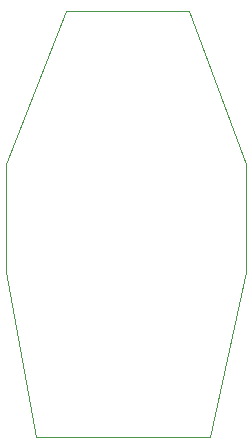
<source format=gbr>
%TF.GenerationSoftware,KiCad,Pcbnew,(5.1.6)-1*%
%TF.CreationDate,2021-05-20T08:24:50-04:00*%
%TF.ProjectId,ATX2AT-5v,41545832-4154-42d3-9576-2e6b69636164,rev?*%
%TF.SameCoordinates,Original*%
%TF.FileFunction,Profile,NP*%
%FSLAX46Y46*%
G04 Gerber Fmt 4.6, Leading zero omitted, Abs format (unit mm)*
G04 Created by KiCad (PCBNEW (5.1.6)-1) date 2021-05-20 08:24:50*
%MOMM*%
%LPD*%
G01*
G04 APERTURE LIST*
%TA.AperFunction,Profile*%
%ADD10C,0.050000*%
%TD*%
G04 APERTURE END LIST*
D10*
X139700000Y-82804000D02*
X139700000Y-73660000D01*
X136652000Y-96774000D02*
X139700000Y-82804000D01*
X136398000Y-96774000D02*
X136652000Y-96774000D01*
X121920000Y-96774000D02*
X136398000Y-96774000D01*
X119380000Y-82804000D02*
X121920000Y-96774000D01*
X119380000Y-73660000D02*
X119380000Y-82804000D01*
X119380000Y-73660000D02*
X124460000Y-60706000D01*
X134874000Y-60706000D02*
X139700000Y-73660000D01*
X124460000Y-60706000D02*
X134874000Y-60706000D01*
M02*

</source>
